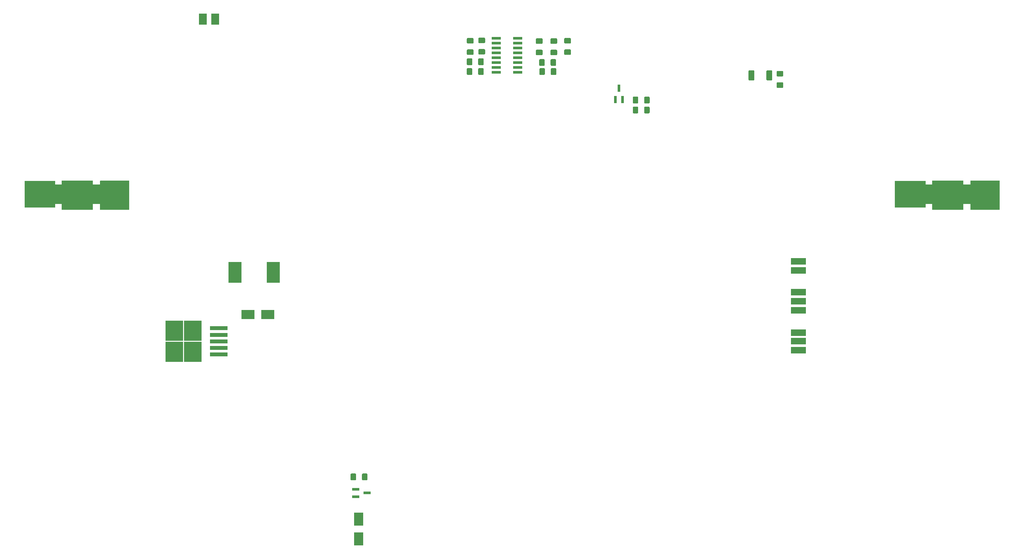
<source format=gtp>
G04 #@! TF.GenerationSoftware,KiCad,Pcbnew,(5.1.5-0-10_14)*
G04 #@! TF.CreationDate,2020-07-09T12:53:03+12:00*
G04 #@! TF.ProjectId,PS2BaseMount,50533242-6173-4654-9d6f-756e742e6b69,rev?*
G04 #@! TF.SameCoordinates,Original*
G04 #@! TF.FileFunction,Paste,Top*
G04 #@! TF.FilePolarity,Positive*
%FSLAX46Y46*%
G04 Gerber Fmt 4.6, Leading zero omitted, Abs format (unit mm)*
G04 Created by KiCad (PCBNEW (5.1.5-0-10_14)) date 2020-07-09 12:53:03*
%MOMM*%
%LPD*%
G04 APERTURE LIST*
%ADD10R,3.500000X5.400000*%
%ADD11C,0.100000*%
%ADD12R,4.000000X1.800000*%
%ADD13R,2.400000X3.500000*%
%ADD14R,2.000000X3.000000*%
%ADD15R,0.800000X1.900000*%
%ADD16R,1.900000X0.800000*%
%ADD17R,2.400000X0.800000*%
%ADD18R,3.500000X2.400000*%
%ADD19R,4.600000X1.100000*%
%ADD20R,4.550000X5.250000*%
G04 APERTURE END LIST*
D10*
X87600000Y-98400000D03*
X77600000Y-98400000D03*
D11*
G36*
X267563755Y-74450961D02*
G01*
X267573134Y-74453806D01*
X267581779Y-74458427D01*
X267589355Y-74464645D01*
X267595573Y-74472221D01*
X267600194Y-74480866D01*
X267603039Y-74490245D01*
X267604000Y-74500000D01*
X267604000Y-75450000D01*
X269504000Y-75450000D01*
X269504000Y-74500000D01*
X269504961Y-74490245D01*
X269507806Y-74480866D01*
X269512427Y-74472221D01*
X269518645Y-74464645D01*
X269526221Y-74458427D01*
X269534866Y-74453806D01*
X269544245Y-74450961D01*
X269554000Y-74450000D01*
X277054000Y-74450000D01*
X277063755Y-74450961D01*
X277073134Y-74453806D01*
X277081779Y-74458427D01*
X277089355Y-74464645D01*
X277095573Y-74472221D01*
X277100194Y-74480866D01*
X277103039Y-74490245D01*
X277104000Y-74500000D01*
X277104000Y-82000000D01*
X277103039Y-82009755D01*
X277100194Y-82019134D01*
X277095573Y-82027779D01*
X277089355Y-82035355D01*
X277081779Y-82041573D01*
X277073134Y-82046194D01*
X277063755Y-82049039D01*
X277054000Y-82050000D01*
X269554000Y-82050000D01*
X269544245Y-82049039D01*
X269534866Y-82046194D01*
X269526221Y-82041573D01*
X269518645Y-82035355D01*
X269512427Y-82027779D01*
X269507806Y-82019134D01*
X269504961Y-82009755D01*
X269504000Y-82000000D01*
X269504000Y-80550000D01*
X267604000Y-80550000D01*
X267604000Y-82000000D01*
X267603039Y-82009755D01*
X267600194Y-82019134D01*
X267595573Y-82027779D01*
X267589355Y-82035355D01*
X267581779Y-82041573D01*
X267573134Y-82046194D01*
X267563755Y-82049039D01*
X267554000Y-82050000D01*
X259554000Y-82050000D01*
X259544245Y-82049039D01*
X259534866Y-82046194D01*
X259526221Y-82041573D01*
X259518645Y-82035355D01*
X259512427Y-82027779D01*
X259507806Y-82019134D01*
X259504961Y-82009755D01*
X259504000Y-82000000D01*
X259504000Y-80550000D01*
X257804000Y-80550000D01*
X257804000Y-81500000D01*
X249804000Y-81500000D01*
X249804000Y-74500000D01*
X257804000Y-74500000D01*
X257804000Y-75450000D01*
X259504000Y-75450000D01*
X259504000Y-74500000D01*
X259504961Y-74490245D01*
X259507806Y-74480866D01*
X259512427Y-74472221D01*
X259518645Y-74464645D01*
X259526221Y-74458427D01*
X259534866Y-74453806D01*
X259544245Y-74450961D01*
X259554000Y-74450000D01*
X267554000Y-74450000D01*
X267563755Y-74450961D01*
G37*
G36*
X212899505Y-45626204D02*
G01*
X212923773Y-45629804D01*
X212947572Y-45635765D01*
X212970671Y-45644030D01*
X212992850Y-45654520D01*
X213013893Y-45667132D01*
X213033599Y-45681747D01*
X213051777Y-45698223D01*
X213068253Y-45716401D01*
X213082868Y-45736107D01*
X213095480Y-45757150D01*
X213105970Y-45779329D01*
X213114235Y-45802428D01*
X213120196Y-45826227D01*
X213123796Y-45850495D01*
X213125000Y-45874999D01*
X213125000Y-48025001D01*
X213123796Y-48049505D01*
X213120196Y-48073773D01*
X213114235Y-48097572D01*
X213105970Y-48120671D01*
X213095480Y-48142850D01*
X213082868Y-48163893D01*
X213068253Y-48183599D01*
X213051777Y-48201777D01*
X213033599Y-48218253D01*
X213013893Y-48232868D01*
X212992850Y-48245480D01*
X212970671Y-48255970D01*
X212947572Y-48264235D01*
X212923773Y-48270196D01*
X212899505Y-48273796D01*
X212875001Y-48275000D01*
X211849999Y-48275000D01*
X211825495Y-48273796D01*
X211801227Y-48270196D01*
X211777428Y-48264235D01*
X211754329Y-48255970D01*
X211732150Y-48245480D01*
X211711107Y-48232868D01*
X211691401Y-48218253D01*
X211673223Y-48201777D01*
X211656747Y-48183599D01*
X211642132Y-48163893D01*
X211629520Y-48142850D01*
X211619030Y-48120671D01*
X211610765Y-48097572D01*
X211604804Y-48073773D01*
X211601204Y-48049505D01*
X211600000Y-48025001D01*
X211600000Y-45874999D01*
X211601204Y-45850495D01*
X211604804Y-45826227D01*
X211610765Y-45802428D01*
X211619030Y-45779329D01*
X211629520Y-45757150D01*
X211642132Y-45736107D01*
X211656747Y-45716401D01*
X211673223Y-45698223D01*
X211691401Y-45681747D01*
X211711107Y-45667132D01*
X211732150Y-45654520D01*
X211754329Y-45644030D01*
X211777428Y-45635765D01*
X211801227Y-45629804D01*
X211825495Y-45626204D01*
X211849999Y-45625000D01*
X212875001Y-45625000D01*
X212899505Y-45626204D01*
G37*
G36*
X217574505Y-45626204D02*
G01*
X217598773Y-45629804D01*
X217622572Y-45635765D01*
X217645671Y-45644030D01*
X217667850Y-45654520D01*
X217688893Y-45667132D01*
X217708599Y-45681747D01*
X217726777Y-45698223D01*
X217743253Y-45716401D01*
X217757868Y-45736107D01*
X217770480Y-45757150D01*
X217780970Y-45779329D01*
X217789235Y-45802428D01*
X217795196Y-45826227D01*
X217798796Y-45850495D01*
X217800000Y-45874999D01*
X217800000Y-48025001D01*
X217798796Y-48049505D01*
X217795196Y-48073773D01*
X217789235Y-48097572D01*
X217780970Y-48120671D01*
X217770480Y-48142850D01*
X217757868Y-48163893D01*
X217743253Y-48183599D01*
X217726777Y-48201777D01*
X217708599Y-48218253D01*
X217688893Y-48232868D01*
X217667850Y-48245480D01*
X217645671Y-48255970D01*
X217622572Y-48264235D01*
X217598773Y-48270196D01*
X217574505Y-48273796D01*
X217550001Y-48275000D01*
X216524999Y-48275000D01*
X216500495Y-48273796D01*
X216476227Y-48270196D01*
X216452428Y-48264235D01*
X216429329Y-48255970D01*
X216407150Y-48245480D01*
X216386107Y-48232868D01*
X216366401Y-48218253D01*
X216348223Y-48201777D01*
X216331747Y-48183599D01*
X216317132Y-48163893D01*
X216304520Y-48142850D01*
X216294030Y-48120671D01*
X216285765Y-48097572D01*
X216279804Y-48073773D01*
X216276204Y-48049505D01*
X216275000Y-48025001D01*
X216275000Y-45874999D01*
X216276204Y-45850495D01*
X216279804Y-45826227D01*
X216285765Y-45802428D01*
X216294030Y-45779329D01*
X216304520Y-45757150D01*
X216317132Y-45736107D01*
X216331747Y-45716401D01*
X216348223Y-45698223D01*
X216366401Y-45681747D01*
X216386107Y-45667132D01*
X216407150Y-45654520D01*
X216429329Y-45644030D01*
X216452428Y-45635765D01*
X216476227Y-45629804D01*
X216500495Y-45626204D01*
X216524999Y-45625000D01*
X217550001Y-45625000D01*
X217574505Y-45626204D01*
G37*
G36*
X220449504Y-45801204D02*
G01*
X220473773Y-45804804D01*
X220497571Y-45810765D01*
X220520671Y-45819030D01*
X220542849Y-45829520D01*
X220563893Y-45842133D01*
X220583598Y-45856747D01*
X220601777Y-45873223D01*
X220618253Y-45891402D01*
X220632867Y-45911107D01*
X220645480Y-45932151D01*
X220655970Y-45954329D01*
X220664235Y-45977429D01*
X220670196Y-46001227D01*
X220673796Y-46025496D01*
X220675000Y-46050000D01*
X220675000Y-46975000D01*
X220673796Y-46999504D01*
X220670196Y-47023773D01*
X220664235Y-47047571D01*
X220655970Y-47070671D01*
X220645480Y-47092849D01*
X220632867Y-47113893D01*
X220618253Y-47133598D01*
X220601777Y-47151777D01*
X220583598Y-47168253D01*
X220563893Y-47182867D01*
X220542849Y-47195480D01*
X220520671Y-47205970D01*
X220497571Y-47214235D01*
X220473773Y-47220196D01*
X220449504Y-47223796D01*
X220425000Y-47225000D01*
X219175000Y-47225000D01*
X219150496Y-47223796D01*
X219126227Y-47220196D01*
X219102429Y-47214235D01*
X219079329Y-47205970D01*
X219057151Y-47195480D01*
X219036107Y-47182867D01*
X219016402Y-47168253D01*
X218998223Y-47151777D01*
X218981747Y-47133598D01*
X218967133Y-47113893D01*
X218954520Y-47092849D01*
X218944030Y-47070671D01*
X218935765Y-47047571D01*
X218929804Y-47023773D01*
X218926204Y-46999504D01*
X218925000Y-46975000D01*
X218925000Y-46050000D01*
X218926204Y-46025496D01*
X218929804Y-46001227D01*
X218935765Y-45977429D01*
X218944030Y-45954329D01*
X218954520Y-45932151D01*
X218967133Y-45911107D01*
X218981747Y-45891402D01*
X218998223Y-45873223D01*
X219016402Y-45856747D01*
X219036107Y-45842133D01*
X219057151Y-45829520D01*
X219079329Y-45819030D01*
X219102429Y-45810765D01*
X219126227Y-45804804D01*
X219150496Y-45801204D01*
X219175000Y-45800000D01*
X220425000Y-45800000D01*
X220449504Y-45801204D01*
G37*
G36*
X220449504Y-48776204D02*
G01*
X220473773Y-48779804D01*
X220497571Y-48785765D01*
X220520671Y-48794030D01*
X220542849Y-48804520D01*
X220563893Y-48817133D01*
X220583598Y-48831747D01*
X220601777Y-48848223D01*
X220618253Y-48866402D01*
X220632867Y-48886107D01*
X220645480Y-48907151D01*
X220655970Y-48929329D01*
X220664235Y-48952429D01*
X220670196Y-48976227D01*
X220673796Y-49000496D01*
X220675000Y-49025000D01*
X220675000Y-49950000D01*
X220673796Y-49974504D01*
X220670196Y-49998773D01*
X220664235Y-50022571D01*
X220655970Y-50045671D01*
X220645480Y-50067849D01*
X220632867Y-50088893D01*
X220618253Y-50108598D01*
X220601777Y-50126777D01*
X220583598Y-50143253D01*
X220563893Y-50157867D01*
X220542849Y-50170480D01*
X220520671Y-50180970D01*
X220497571Y-50189235D01*
X220473773Y-50195196D01*
X220449504Y-50198796D01*
X220425000Y-50200000D01*
X219175000Y-50200000D01*
X219150496Y-50198796D01*
X219126227Y-50195196D01*
X219102429Y-50189235D01*
X219079329Y-50180970D01*
X219057151Y-50170480D01*
X219036107Y-50157867D01*
X219016402Y-50143253D01*
X218998223Y-50126777D01*
X218981747Y-50108598D01*
X218967133Y-50088893D01*
X218954520Y-50067849D01*
X218944030Y-50045671D01*
X218935765Y-50022571D01*
X218929804Y-49998773D01*
X218926204Y-49974504D01*
X218925000Y-49950000D01*
X218925000Y-49025000D01*
X218926204Y-49000496D01*
X218929804Y-48976227D01*
X218935765Y-48952429D01*
X218944030Y-48929329D01*
X218954520Y-48907151D01*
X218967133Y-48886107D01*
X218981747Y-48866402D01*
X218998223Y-48848223D01*
X219016402Y-48831747D01*
X219036107Y-48817133D01*
X219057151Y-48804520D01*
X219079329Y-48794030D01*
X219102429Y-48785765D01*
X219126227Y-48779804D01*
X219150496Y-48776204D01*
X219175000Y-48775000D01*
X220425000Y-48775000D01*
X220449504Y-48776204D01*
G37*
D12*
X224608900Y-118741700D03*
X224608900Y-116341700D03*
X224608900Y-114141700D03*
X224608900Y-108341700D03*
X224608900Y-105891700D03*
X224608900Y-103541700D03*
X224608900Y-97911700D03*
X224608900Y-95541700D03*
D13*
X109854000Y-162815000D03*
X109854000Y-168015000D03*
D11*
G36*
X182599504Y-55126204D02*
G01*
X182623773Y-55129804D01*
X182647571Y-55135765D01*
X182670671Y-55144030D01*
X182692849Y-55154520D01*
X182713893Y-55167133D01*
X182733598Y-55181747D01*
X182751777Y-55198223D01*
X182768253Y-55216402D01*
X182782867Y-55236107D01*
X182795480Y-55257151D01*
X182805970Y-55279329D01*
X182814235Y-55302429D01*
X182820196Y-55326227D01*
X182823796Y-55350496D01*
X182825000Y-55375000D01*
X182825000Y-56625000D01*
X182823796Y-56649504D01*
X182820196Y-56673773D01*
X182814235Y-56697571D01*
X182805970Y-56720671D01*
X182795480Y-56742849D01*
X182782867Y-56763893D01*
X182768253Y-56783598D01*
X182751777Y-56801777D01*
X182733598Y-56818253D01*
X182713893Y-56832867D01*
X182692849Y-56845480D01*
X182670671Y-56855970D01*
X182647571Y-56864235D01*
X182623773Y-56870196D01*
X182599504Y-56873796D01*
X182575000Y-56875000D01*
X181650000Y-56875000D01*
X181625496Y-56873796D01*
X181601227Y-56870196D01*
X181577429Y-56864235D01*
X181554329Y-56855970D01*
X181532151Y-56845480D01*
X181511107Y-56832867D01*
X181491402Y-56818253D01*
X181473223Y-56801777D01*
X181456747Y-56783598D01*
X181442133Y-56763893D01*
X181429520Y-56742849D01*
X181419030Y-56720671D01*
X181410765Y-56697571D01*
X181404804Y-56673773D01*
X181401204Y-56649504D01*
X181400000Y-56625000D01*
X181400000Y-55375000D01*
X181401204Y-55350496D01*
X181404804Y-55326227D01*
X181410765Y-55302429D01*
X181419030Y-55279329D01*
X181429520Y-55257151D01*
X181442133Y-55236107D01*
X181456747Y-55216402D01*
X181473223Y-55198223D01*
X181491402Y-55181747D01*
X181511107Y-55167133D01*
X181532151Y-55154520D01*
X181554329Y-55144030D01*
X181577429Y-55135765D01*
X181601227Y-55129804D01*
X181625496Y-55126204D01*
X181650000Y-55125000D01*
X182575000Y-55125000D01*
X182599504Y-55126204D01*
G37*
G36*
X185574504Y-55126204D02*
G01*
X185598773Y-55129804D01*
X185622571Y-55135765D01*
X185645671Y-55144030D01*
X185667849Y-55154520D01*
X185688893Y-55167133D01*
X185708598Y-55181747D01*
X185726777Y-55198223D01*
X185743253Y-55216402D01*
X185757867Y-55236107D01*
X185770480Y-55257151D01*
X185780970Y-55279329D01*
X185789235Y-55302429D01*
X185795196Y-55326227D01*
X185798796Y-55350496D01*
X185800000Y-55375000D01*
X185800000Y-56625000D01*
X185798796Y-56649504D01*
X185795196Y-56673773D01*
X185789235Y-56697571D01*
X185780970Y-56720671D01*
X185770480Y-56742849D01*
X185757867Y-56763893D01*
X185743253Y-56783598D01*
X185726777Y-56801777D01*
X185708598Y-56818253D01*
X185688893Y-56832867D01*
X185667849Y-56845480D01*
X185645671Y-56855970D01*
X185622571Y-56864235D01*
X185598773Y-56870196D01*
X185574504Y-56873796D01*
X185550000Y-56875000D01*
X184625000Y-56875000D01*
X184600496Y-56873796D01*
X184576227Y-56870196D01*
X184552429Y-56864235D01*
X184529329Y-56855970D01*
X184507151Y-56845480D01*
X184486107Y-56832867D01*
X184466402Y-56818253D01*
X184448223Y-56801777D01*
X184431747Y-56783598D01*
X184417133Y-56763893D01*
X184404520Y-56742849D01*
X184394030Y-56720671D01*
X184385765Y-56697571D01*
X184379804Y-56673773D01*
X184376204Y-56649504D01*
X184375000Y-56625000D01*
X184375000Y-55375000D01*
X184376204Y-55350496D01*
X184379804Y-55326227D01*
X184385765Y-55302429D01*
X184394030Y-55279329D01*
X184404520Y-55257151D01*
X184417133Y-55236107D01*
X184431747Y-55216402D01*
X184448223Y-55198223D01*
X184466402Y-55181747D01*
X184486107Y-55167133D01*
X184507151Y-55154520D01*
X184529329Y-55144030D01*
X184552429Y-55135765D01*
X184576227Y-55129804D01*
X184600496Y-55126204D01*
X184625000Y-55125000D01*
X185550000Y-55125000D01*
X185574504Y-55126204D01*
G37*
G36*
X185574504Y-52526204D02*
G01*
X185598773Y-52529804D01*
X185622571Y-52535765D01*
X185645671Y-52544030D01*
X185667849Y-52554520D01*
X185688893Y-52567133D01*
X185708598Y-52581747D01*
X185726777Y-52598223D01*
X185743253Y-52616402D01*
X185757867Y-52636107D01*
X185770480Y-52657151D01*
X185780970Y-52679329D01*
X185789235Y-52702429D01*
X185795196Y-52726227D01*
X185798796Y-52750496D01*
X185800000Y-52775000D01*
X185800000Y-54025000D01*
X185798796Y-54049504D01*
X185795196Y-54073773D01*
X185789235Y-54097571D01*
X185780970Y-54120671D01*
X185770480Y-54142849D01*
X185757867Y-54163893D01*
X185743253Y-54183598D01*
X185726777Y-54201777D01*
X185708598Y-54218253D01*
X185688893Y-54232867D01*
X185667849Y-54245480D01*
X185645671Y-54255970D01*
X185622571Y-54264235D01*
X185598773Y-54270196D01*
X185574504Y-54273796D01*
X185550000Y-54275000D01*
X184625000Y-54275000D01*
X184600496Y-54273796D01*
X184576227Y-54270196D01*
X184552429Y-54264235D01*
X184529329Y-54255970D01*
X184507151Y-54245480D01*
X184486107Y-54232867D01*
X184466402Y-54218253D01*
X184448223Y-54201777D01*
X184431747Y-54183598D01*
X184417133Y-54163893D01*
X184404520Y-54142849D01*
X184394030Y-54120671D01*
X184385765Y-54097571D01*
X184379804Y-54073773D01*
X184376204Y-54049504D01*
X184375000Y-54025000D01*
X184375000Y-52775000D01*
X184376204Y-52750496D01*
X184379804Y-52726227D01*
X184385765Y-52702429D01*
X184394030Y-52679329D01*
X184404520Y-52657151D01*
X184417133Y-52636107D01*
X184431747Y-52616402D01*
X184448223Y-52598223D01*
X184466402Y-52581747D01*
X184486107Y-52567133D01*
X184507151Y-52554520D01*
X184529329Y-52544030D01*
X184552429Y-52535765D01*
X184576227Y-52529804D01*
X184600496Y-52526204D01*
X184625000Y-52525000D01*
X185550000Y-52525000D01*
X185574504Y-52526204D01*
G37*
G36*
X182599504Y-52526204D02*
G01*
X182623773Y-52529804D01*
X182647571Y-52535765D01*
X182670671Y-52544030D01*
X182692849Y-52554520D01*
X182713893Y-52567133D01*
X182733598Y-52581747D01*
X182751777Y-52598223D01*
X182768253Y-52616402D01*
X182782867Y-52636107D01*
X182795480Y-52657151D01*
X182805970Y-52679329D01*
X182814235Y-52702429D01*
X182820196Y-52726227D01*
X182823796Y-52750496D01*
X182825000Y-52775000D01*
X182825000Y-54025000D01*
X182823796Y-54049504D01*
X182820196Y-54073773D01*
X182814235Y-54097571D01*
X182805970Y-54120671D01*
X182795480Y-54142849D01*
X182782867Y-54163893D01*
X182768253Y-54183598D01*
X182751777Y-54201777D01*
X182733598Y-54218253D01*
X182713893Y-54232867D01*
X182692849Y-54245480D01*
X182670671Y-54255970D01*
X182647571Y-54264235D01*
X182623773Y-54270196D01*
X182599504Y-54273796D01*
X182575000Y-54275000D01*
X181650000Y-54275000D01*
X181625496Y-54273796D01*
X181601227Y-54270196D01*
X181577429Y-54264235D01*
X181554329Y-54255970D01*
X181532151Y-54245480D01*
X181511107Y-54232867D01*
X181491402Y-54218253D01*
X181473223Y-54201777D01*
X181456747Y-54183598D01*
X181442133Y-54163893D01*
X181429520Y-54142849D01*
X181419030Y-54120671D01*
X181410765Y-54097571D01*
X181404804Y-54073773D01*
X181401204Y-54049504D01*
X181400000Y-54025000D01*
X181400000Y-52775000D01*
X181401204Y-52750496D01*
X181404804Y-52726227D01*
X181410765Y-52702429D01*
X181419030Y-52679329D01*
X181429520Y-52657151D01*
X181442133Y-52636107D01*
X181456747Y-52616402D01*
X181473223Y-52598223D01*
X181491402Y-52581747D01*
X181511107Y-52567133D01*
X181532151Y-52554520D01*
X181554329Y-52544030D01*
X181577429Y-52535765D01*
X181601227Y-52529804D01*
X181625496Y-52526204D01*
X181650000Y-52525000D01*
X182575000Y-52525000D01*
X182599504Y-52526204D01*
G37*
G36*
X108999504Y-150926204D02*
G01*
X109023773Y-150929804D01*
X109047571Y-150935765D01*
X109070671Y-150944030D01*
X109092849Y-150954520D01*
X109113893Y-150967133D01*
X109133598Y-150981747D01*
X109151777Y-150998223D01*
X109168253Y-151016402D01*
X109182867Y-151036107D01*
X109195480Y-151057151D01*
X109205970Y-151079329D01*
X109214235Y-151102429D01*
X109220196Y-151126227D01*
X109223796Y-151150496D01*
X109225000Y-151175000D01*
X109225000Y-152425000D01*
X109223796Y-152449504D01*
X109220196Y-152473773D01*
X109214235Y-152497571D01*
X109205970Y-152520671D01*
X109195480Y-152542849D01*
X109182867Y-152563893D01*
X109168253Y-152583598D01*
X109151777Y-152601777D01*
X109133598Y-152618253D01*
X109113893Y-152632867D01*
X109092849Y-152645480D01*
X109070671Y-152655970D01*
X109047571Y-152664235D01*
X109023773Y-152670196D01*
X108999504Y-152673796D01*
X108975000Y-152675000D01*
X108050000Y-152675000D01*
X108025496Y-152673796D01*
X108001227Y-152670196D01*
X107977429Y-152664235D01*
X107954329Y-152655970D01*
X107932151Y-152645480D01*
X107911107Y-152632867D01*
X107891402Y-152618253D01*
X107873223Y-152601777D01*
X107856747Y-152583598D01*
X107842133Y-152563893D01*
X107829520Y-152542849D01*
X107819030Y-152520671D01*
X107810765Y-152497571D01*
X107804804Y-152473773D01*
X107801204Y-152449504D01*
X107800000Y-152425000D01*
X107800000Y-151175000D01*
X107801204Y-151150496D01*
X107804804Y-151126227D01*
X107810765Y-151102429D01*
X107819030Y-151079329D01*
X107829520Y-151057151D01*
X107842133Y-151036107D01*
X107856747Y-151016402D01*
X107873223Y-150998223D01*
X107891402Y-150981747D01*
X107911107Y-150967133D01*
X107932151Y-150954520D01*
X107954329Y-150944030D01*
X107977429Y-150935765D01*
X108001227Y-150929804D01*
X108025496Y-150926204D01*
X108050000Y-150925000D01*
X108975000Y-150925000D01*
X108999504Y-150926204D01*
G37*
G36*
X111974504Y-150926204D02*
G01*
X111998773Y-150929804D01*
X112022571Y-150935765D01*
X112045671Y-150944030D01*
X112067849Y-150954520D01*
X112088893Y-150967133D01*
X112108598Y-150981747D01*
X112126777Y-150998223D01*
X112143253Y-151016402D01*
X112157867Y-151036107D01*
X112170480Y-151057151D01*
X112180970Y-151079329D01*
X112189235Y-151102429D01*
X112195196Y-151126227D01*
X112198796Y-151150496D01*
X112200000Y-151175000D01*
X112200000Y-152425000D01*
X112198796Y-152449504D01*
X112195196Y-152473773D01*
X112189235Y-152497571D01*
X112180970Y-152520671D01*
X112170480Y-152542849D01*
X112157867Y-152563893D01*
X112143253Y-152583598D01*
X112126777Y-152601777D01*
X112108598Y-152618253D01*
X112088893Y-152632867D01*
X112067849Y-152645480D01*
X112045671Y-152655970D01*
X112022571Y-152664235D01*
X111998773Y-152670196D01*
X111974504Y-152673796D01*
X111950000Y-152675000D01*
X111025000Y-152675000D01*
X111000496Y-152673796D01*
X110976227Y-152670196D01*
X110952429Y-152664235D01*
X110929329Y-152655970D01*
X110907151Y-152645480D01*
X110886107Y-152632867D01*
X110866402Y-152618253D01*
X110848223Y-152601777D01*
X110831747Y-152583598D01*
X110817133Y-152563893D01*
X110804520Y-152542849D01*
X110794030Y-152520671D01*
X110785765Y-152497571D01*
X110779804Y-152473773D01*
X110776204Y-152449504D01*
X110775000Y-152425000D01*
X110775000Y-151175000D01*
X110776204Y-151150496D01*
X110779804Y-151126227D01*
X110785765Y-151102429D01*
X110794030Y-151079329D01*
X110804520Y-151057151D01*
X110817133Y-151036107D01*
X110831747Y-151016402D01*
X110848223Y-150998223D01*
X110866402Y-150981747D01*
X110886107Y-150967133D01*
X110907151Y-150954520D01*
X110929329Y-150944030D01*
X110952429Y-150935765D01*
X110976227Y-150929804D01*
X111000496Y-150926204D01*
X111025000Y-150925000D01*
X111950000Y-150925000D01*
X111974504Y-150926204D01*
G37*
D14*
X69250000Y-32250000D03*
X72500000Y-32250000D03*
D11*
G36*
X40509755Y-74450961D02*
G01*
X40519134Y-74453806D01*
X40527779Y-74458427D01*
X40535355Y-74464645D01*
X40541573Y-74472221D01*
X40546194Y-74480866D01*
X40549039Y-74490245D01*
X40550000Y-74500000D01*
X40550000Y-75450000D01*
X42450000Y-75450000D01*
X42450000Y-74500000D01*
X42450961Y-74490245D01*
X42453806Y-74480866D01*
X42458427Y-74472221D01*
X42464645Y-74464645D01*
X42472221Y-74458427D01*
X42480866Y-74453806D01*
X42490245Y-74450961D01*
X42500000Y-74450000D01*
X50000000Y-74450000D01*
X50009755Y-74450961D01*
X50019134Y-74453806D01*
X50027779Y-74458427D01*
X50035355Y-74464645D01*
X50041573Y-74472221D01*
X50046194Y-74480866D01*
X50049039Y-74490245D01*
X50050000Y-74500000D01*
X50050000Y-82000000D01*
X50049039Y-82009755D01*
X50046194Y-82019134D01*
X50041573Y-82027779D01*
X50035355Y-82035355D01*
X50027779Y-82041573D01*
X50019134Y-82046194D01*
X50009755Y-82049039D01*
X50000000Y-82050000D01*
X42500000Y-82050000D01*
X42490245Y-82049039D01*
X42480866Y-82046194D01*
X42472221Y-82041573D01*
X42464645Y-82035355D01*
X42458427Y-82027779D01*
X42453806Y-82019134D01*
X42450961Y-82009755D01*
X42450000Y-82000000D01*
X42450000Y-80550000D01*
X40550000Y-80550000D01*
X40550000Y-82000000D01*
X40549039Y-82009755D01*
X40546194Y-82019134D01*
X40541573Y-82027779D01*
X40535355Y-82035355D01*
X40527779Y-82041573D01*
X40519134Y-82046194D01*
X40509755Y-82049039D01*
X40500000Y-82050000D01*
X32500000Y-82050000D01*
X32490245Y-82049039D01*
X32480866Y-82046194D01*
X32472221Y-82041573D01*
X32464645Y-82035355D01*
X32458427Y-82027779D01*
X32453806Y-82019134D01*
X32450961Y-82009755D01*
X32450000Y-82000000D01*
X32450000Y-80550000D01*
X30750000Y-80550000D01*
X30750000Y-81500000D01*
X22750000Y-81500000D01*
X22750000Y-74500000D01*
X30750000Y-74500000D01*
X30750000Y-75450000D01*
X32450000Y-75450000D01*
X32450000Y-74500000D01*
X32450961Y-74490245D01*
X32453806Y-74480866D01*
X32458427Y-74472221D01*
X32464645Y-74464645D01*
X32472221Y-74458427D01*
X32480866Y-74453806D01*
X32490245Y-74450961D01*
X32500000Y-74450000D01*
X40500000Y-74450000D01*
X40509755Y-74450961D01*
G37*
D15*
X176850000Y-53300000D03*
X178750000Y-53300000D03*
X177800000Y-50300000D03*
D16*
X109100000Y-155050000D03*
X109100000Y-156950000D03*
X112100000Y-156000000D03*
D11*
G36*
X161449504Y-37288704D02*
G01*
X161473773Y-37292304D01*
X161497571Y-37298265D01*
X161520671Y-37306530D01*
X161542849Y-37317020D01*
X161563893Y-37329633D01*
X161583598Y-37344247D01*
X161601777Y-37360723D01*
X161618253Y-37378902D01*
X161632867Y-37398607D01*
X161645480Y-37419651D01*
X161655970Y-37441829D01*
X161664235Y-37464929D01*
X161670196Y-37488727D01*
X161673796Y-37512996D01*
X161675000Y-37537500D01*
X161675000Y-38462500D01*
X161673796Y-38487004D01*
X161670196Y-38511273D01*
X161664235Y-38535071D01*
X161655970Y-38558171D01*
X161645480Y-38580349D01*
X161632867Y-38601393D01*
X161618253Y-38621098D01*
X161601777Y-38639277D01*
X161583598Y-38655753D01*
X161563893Y-38670367D01*
X161542849Y-38682980D01*
X161520671Y-38693470D01*
X161497571Y-38701735D01*
X161473773Y-38707696D01*
X161449504Y-38711296D01*
X161425000Y-38712500D01*
X160175000Y-38712500D01*
X160150496Y-38711296D01*
X160126227Y-38707696D01*
X160102429Y-38701735D01*
X160079329Y-38693470D01*
X160057151Y-38682980D01*
X160036107Y-38670367D01*
X160016402Y-38655753D01*
X159998223Y-38639277D01*
X159981747Y-38621098D01*
X159967133Y-38601393D01*
X159954520Y-38580349D01*
X159944030Y-38558171D01*
X159935765Y-38535071D01*
X159929804Y-38511273D01*
X159926204Y-38487004D01*
X159925000Y-38462500D01*
X159925000Y-37537500D01*
X159926204Y-37512996D01*
X159929804Y-37488727D01*
X159935765Y-37464929D01*
X159944030Y-37441829D01*
X159954520Y-37419651D01*
X159967133Y-37398607D01*
X159981747Y-37378902D01*
X159998223Y-37360723D01*
X160016402Y-37344247D01*
X160036107Y-37329633D01*
X160057151Y-37317020D01*
X160079329Y-37306530D01*
X160102429Y-37298265D01*
X160126227Y-37292304D01*
X160150496Y-37288704D01*
X160175000Y-37287500D01*
X161425000Y-37287500D01*
X161449504Y-37288704D01*
G37*
G36*
X161449504Y-40263704D02*
G01*
X161473773Y-40267304D01*
X161497571Y-40273265D01*
X161520671Y-40281530D01*
X161542849Y-40292020D01*
X161563893Y-40304633D01*
X161583598Y-40319247D01*
X161601777Y-40335723D01*
X161618253Y-40353902D01*
X161632867Y-40373607D01*
X161645480Y-40394651D01*
X161655970Y-40416829D01*
X161664235Y-40439929D01*
X161670196Y-40463727D01*
X161673796Y-40487996D01*
X161675000Y-40512500D01*
X161675000Y-41437500D01*
X161673796Y-41462004D01*
X161670196Y-41486273D01*
X161664235Y-41510071D01*
X161655970Y-41533171D01*
X161645480Y-41555349D01*
X161632867Y-41576393D01*
X161618253Y-41596098D01*
X161601777Y-41614277D01*
X161583598Y-41630753D01*
X161563893Y-41645367D01*
X161542849Y-41657980D01*
X161520671Y-41668470D01*
X161497571Y-41676735D01*
X161473773Y-41682696D01*
X161449504Y-41686296D01*
X161425000Y-41687500D01*
X160175000Y-41687500D01*
X160150496Y-41686296D01*
X160126227Y-41682696D01*
X160102429Y-41676735D01*
X160079329Y-41668470D01*
X160057151Y-41657980D01*
X160036107Y-41645367D01*
X160016402Y-41630753D01*
X159998223Y-41614277D01*
X159981747Y-41596098D01*
X159967133Y-41576393D01*
X159954520Y-41555349D01*
X159944030Y-41533171D01*
X159935765Y-41510071D01*
X159929804Y-41486273D01*
X159926204Y-41462004D01*
X159925000Y-41437500D01*
X159925000Y-40512500D01*
X159926204Y-40487996D01*
X159929804Y-40463727D01*
X159935765Y-40439929D01*
X159944030Y-40416829D01*
X159954520Y-40394651D01*
X159967133Y-40373607D01*
X159981747Y-40353902D01*
X159998223Y-40335723D01*
X160016402Y-40319247D01*
X160036107Y-40304633D01*
X160057151Y-40292020D01*
X160079329Y-40281530D01*
X160102429Y-40273265D01*
X160126227Y-40267304D01*
X160150496Y-40263704D01*
X160175000Y-40262500D01*
X161425000Y-40262500D01*
X161449504Y-40263704D01*
G37*
G36*
X139649504Y-37201204D02*
G01*
X139673773Y-37204804D01*
X139697571Y-37210765D01*
X139720671Y-37219030D01*
X139742849Y-37229520D01*
X139763893Y-37242133D01*
X139783598Y-37256747D01*
X139801777Y-37273223D01*
X139818253Y-37291402D01*
X139832867Y-37311107D01*
X139845480Y-37332151D01*
X139855970Y-37354329D01*
X139864235Y-37377429D01*
X139870196Y-37401227D01*
X139873796Y-37425496D01*
X139875000Y-37450000D01*
X139875000Y-38375000D01*
X139873796Y-38399504D01*
X139870196Y-38423773D01*
X139864235Y-38447571D01*
X139855970Y-38470671D01*
X139845480Y-38492849D01*
X139832867Y-38513893D01*
X139818253Y-38533598D01*
X139801777Y-38551777D01*
X139783598Y-38568253D01*
X139763893Y-38582867D01*
X139742849Y-38595480D01*
X139720671Y-38605970D01*
X139697571Y-38614235D01*
X139673773Y-38620196D01*
X139649504Y-38623796D01*
X139625000Y-38625000D01*
X138375000Y-38625000D01*
X138350496Y-38623796D01*
X138326227Y-38620196D01*
X138302429Y-38614235D01*
X138279329Y-38605970D01*
X138257151Y-38595480D01*
X138236107Y-38582867D01*
X138216402Y-38568253D01*
X138198223Y-38551777D01*
X138181747Y-38533598D01*
X138167133Y-38513893D01*
X138154520Y-38492849D01*
X138144030Y-38470671D01*
X138135765Y-38447571D01*
X138129804Y-38423773D01*
X138126204Y-38399504D01*
X138125000Y-38375000D01*
X138125000Y-37450000D01*
X138126204Y-37425496D01*
X138129804Y-37401227D01*
X138135765Y-37377429D01*
X138144030Y-37354329D01*
X138154520Y-37332151D01*
X138167133Y-37311107D01*
X138181747Y-37291402D01*
X138198223Y-37273223D01*
X138216402Y-37256747D01*
X138236107Y-37242133D01*
X138257151Y-37229520D01*
X138279329Y-37219030D01*
X138302429Y-37210765D01*
X138326227Y-37204804D01*
X138350496Y-37201204D01*
X138375000Y-37200000D01*
X139625000Y-37200000D01*
X139649504Y-37201204D01*
G37*
G36*
X139649504Y-40176204D02*
G01*
X139673773Y-40179804D01*
X139697571Y-40185765D01*
X139720671Y-40194030D01*
X139742849Y-40204520D01*
X139763893Y-40217133D01*
X139783598Y-40231747D01*
X139801777Y-40248223D01*
X139818253Y-40266402D01*
X139832867Y-40286107D01*
X139845480Y-40307151D01*
X139855970Y-40329329D01*
X139864235Y-40352429D01*
X139870196Y-40376227D01*
X139873796Y-40400496D01*
X139875000Y-40425000D01*
X139875000Y-41350000D01*
X139873796Y-41374504D01*
X139870196Y-41398773D01*
X139864235Y-41422571D01*
X139855970Y-41445671D01*
X139845480Y-41467849D01*
X139832867Y-41488893D01*
X139818253Y-41508598D01*
X139801777Y-41526777D01*
X139783598Y-41543253D01*
X139763893Y-41557867D01*
X139742849Y-41570480D01*
X139720671Y-41580970D01*
X139697571Y-41589235D01*
X139673773Y-41595196D01*
X139649504Y-41598796D01*
X139625000Y-41600000D01*
X138375000Y-41600000D01*
X138350496Y-41598796D01*
X138326227Y-41595196D01*
X138302429Y-41589235D01*
X138279329Y-41580970D01*
X138257151Y-41570480D01*
X138236107Y-41557867D01*
X138216402Y-41543253D01*
X138198223Y-41526777D01*
X138181747Y-41508598D01*
X138167133Y-41488893D01*
X138154520Y-41467849D01*
X138144030Y-41445671D01*
X138135765Y-41422571D01*
X138129804Y-41398773D01*
X138126204Y-41374504D01*
X138125000Y-41350000D01*
X138125000Y-40425000D01*
X138126204Y-40400496D01*
X138129804Y-40376227D01*
X138135765Y-40352429D01*
X138144030Y-40329329D01*
X138154520Y-40307151D01*
X138167133Y-40286107D01*
X138181747Y-40266402D01*
X138198223Y-40248223D01*
X138216402Y-40231747D01*
X138236107Y-40217133D01*
X138257151Y-40204520D01*
X138279329Y-40194030D01*
X138302429Y-40185765D01*
X138326227Y-40179804D01*
X138350496Y-40176204D01*
X138375000Y-40175000D01*
X139625000Y-40175000D01*
X139649504Y-40176204D01*
G37*
G36*
X142287004Y-45076204D02*
G01*
X142311273Y-45079804D01*
X142335071Y-45085765D01*
X142358171Y-45094030D01*
X142380349Y-45104520D01*
X142401393Y-45117133D01*
X142421098Y-45131747D01*
X142439277Y-45148223D01*
X142455753Y-45166402D01*
X142470367Y-45186107D01*
X142482980Y-45207151D01*
X142493470Y-45229329D01*
X142501735Y-45252429D01*
X142507696Y-45276227D01*
X142511296Y-45300496D01*
X142512500Y-45325000D01*
X142512500Y-46575000D01*
X142511296Y-46599504D01*
X142507696Y-46623773D01*
X142501735Y-46647571D01*
X142493470Y-46670671D01*
X142482980Y-46692849D01*
X142470367Y-46713893D01*
X142455753Y-46733598D01*
X142439277Y-46751777D01*
X142421098Y-46768253D01*
X142401393Y-46782867D01*
X142380349Y-46795480D01*
X142358171Y-46805970D01*
X142335071Y-46814235D01*
X142311273Y-46820196D01*
X142287004Y-46823796D01*
X142262500Y-46825000D01*
X141337500Y-46825000D01*
X141312996Y-46823796D01*
X141288727Y-46820196D01*
X141264929Y-46814235D01*
X141241829Y-46805970D01*
X141219651Y-46795480D01*
X141198607Y-46782867D01*
X141178902Y-46768253D01*
X141160723Y-46751777D01*
X141144247Y-46733598D01*
X141129633Y-46713893D01*
X141117020Y-46692849D01*
X141106530Y-46670671D01*
X141098265Y-46647571D01*
X141092304Y-46623773D01*
X141088704Y-46599504D01*
X141087500Y-46575000D01*
X141087500Y-45325000D01*
X141088704Y-45300496D01*
X141092304Y-45276227D01*
X141098265Y-45252429D01*
X141106530Y-45229329D01*
X141117020Y-45207151D01*
X141129633Y-45186107D01*
X141144247Y-45166402D01*
X141160723Y-45148223D01*
X141178902Y-45131747D01*
X141198607Y-45117133D01*
X141219651Y-45104520D01*
X141241829Y-45094030D01*
X141264929Y-45085765D01*
X141288727Y-45079804D01*
X141312996Y-45076204D01*
X141337500Y-45075000D01*
X142262500Y-45075000D01*
X142287004Y-45076204D01*
G37*
G36*
X139312004Y-45076204D02*
G01*
X139336273Y-45079804D01*
X139360071Y-45085765D01*
X139383171Y-45094030D01*
X139405349Y-45104520D01*
X139426393Y-45117133D01*
X139446098Y-45131747D01*
X139464277Y-45148223D01*
X139480753Y-45166402D01*
X139495367Y-45186107D01*
X139507980Y-45207151D01*
X139518470Y-45229329D01*
X139526735Y-45252429D01*
X139532696Y-45276227D01*
X139536296Y-45300496D01*
X139537500Y-45325000D01*
X139537500Y-46575000D01*
X139536296Y-46599504D01*
X139532696Y-46623773D01*
X139526735Y-46647571D01*
X139518470Y-46670671D01*
X139507980Y-46692849D01*
X139495367Y-46713893D01*
X139480753Y-46733598D01*
X139464277Y-46751777D01*
X139446098Y-46768253D01*
X139426393Y-46782867D01*
X139405349Y-46795480D01*
X139383171Y-46805970D01*
X139360071Y-46814235D01*
X139336273Y-46820196D01*
X139312004Y-46823796D01*
X139287500Y-46825000D01*
X138362500Y-46825000D01*
X138337996Y-46823796D01*
X138313727Y-46820196D01*
X138289929Y-46814235D01*
X138266829Y-46805970D01*
X138244651Y-46795480D01*
X138223607Y-46782867D01*
X138203902Y-46768253D01*
X138185723Y-46751777D01*
X138169247Y-46733598D01*
X138154633Y-46713893D01*
X138142020Y-46692849D01*
X138131530Y-46670671D01*
X138123265Y-46647571D01*
X138117304Y-46623773D01*
X138113704Y-46599504D01*
X138112500Y-46575000D01*
X138112500Y-45325000D01*
X138113704Y-45300496D01*
X138117304Y-45276227D01*
X138123265Y-45252429D01*
X138131530Y-45229329D01*
X138142020Y-45207151D01*
X138154633Y-45186107D01*
X138169247Y-45166402D01*
X138185723Y-45148223D01*
X138203902Y-45131747D01*
X138223607Y-45117133D01*
X138244651Y-45104520D01*
X138266829Y-45094030D01*
X138289929Y-45085765D01*
X138313727Y-45079804D01*
X138337996Y-45076204D01*
X138362500Y-45075000D01*
X139287500Y-45075000D01*
X139312004Y-45076204D01*
G37*
G36*
X161224504Y-45076204D02*
G01*
X161248773Y-45079804D01*
X161272571Y-45085765D01*
X161295671Y-45094030D01*
X161317849Y-45104520D01*
X161338893Y-45117133D01*
X161358598Y-45131747D01*
X161376777Y-45148223D01*
X161393253Y-45166402D01*
X161407867Y-45186107D01*
X161420480Y-45207151D01*
X161430970Y-45229329D01*
X161439235Y-45252429D01*
X161445196Y-45276227D01*
X161448796Y-45300496D01*
X161450000Y-45325000D01*
X161450000Y-46575000D01*
X161448796Y-46599504D01*
X161445196Y-46623773D01*
X161439235Y-46647571D01*
X161430970Y-46670671D01*
X161420480Y-46692849D01*
X161407867Y-46713893D01*
X161393253Y-46733598D01*
X161376777Y-46751777D01*
X161358598Y-46768253D01*
X161338893Y-46782867D01*
X161317849Y-46795480D01*
X161295671Y-46805970D01*
X161272571Y-46814235D01*
X161248773Y-46820196D01*
X161224504Y-46823796D01*
X161200000Y-46825000D01*
X160275000Y-46825000D01*
X160250496Y-46823796D01*
X160226227Y-46820196D01*
X160202429Y-46814235D01*
X160179329Y-46805970D01*
X160157151Y-46795480D01*
X160136107Y-46782867D01*
X160116402Y-46768253D01*
X160098223Y-46751777D01*
X160081747Y-46733598D01*
X160067133Y-46713893D01*
X160054520Y-46692849D01*
X160044030Y-46670671D01*
X160035765Y-46647571D01*
X160029804Y-46623773D01*
X160026204Y-46599504D01*
X160025000Y-46575000D01*
X160025000Y-45325000D01*
X160026204Y-45300496D01*
X160029804Y-45276227D01*
X160035765Y-45252429D01*
X160044030Y-45229329D01*
X160054520Y-45207151D01*
X160067133Y-45186107D01*
X160081747Y-45166402D01*
X160098223Y-45148223D01*
X160116402Y-45131747D01*
X160136107Y-45117133D01*
X160157151Y-45104520D01*
X160179329Y-45094030D01*
X160202429Y-45085765D01*
X160226227Y-45079804D01*
X160250496Y-45076204D01*
X160275000Y-45075000D01*
X161200000Y-45075000D01*
X161224504Y-45076204D01*
G37*
G36*
X158249504Y-45076204D02*
G01*
X158273773Y-45079804D01*
X158297571Y-45085765D01*
X158320671Y-45094030D01*
X158342849Y-45104520D01*
X158363893Y-45117133D01*
X158383598Y-45131747D01*
X158401777Y-45148223D01*
X158418253Y-45166402D01*
X158432867Y-45186107D01*
X158445480Y-45207151D01*
X158455970Y-45229329D01*
X158464235Y-45252429D01*
X158470196Y-45276227D01*
X158473796Y-45300496D01*
X158475000Y-45325000D01*
X158475000Y-46575000D01*
X158473796Y-46599504D01*
X158470196Y-46623773D01*
X158464235Y-46647571D01*
X158455970Y-46670671D01*
X158445480Y-46692849D01*
X158432867Y-46713893D01*
X158418253Y-46733598D01*
X158401777Y-46751777D01*
X158383598Y-46768253D01*
X158363893Y-46782867D01*
X158342849Y-46795480D01*
X158320671Y-46805970D01*
X158297571Y-46814235D01*
X158273773Y-46820196D01*
X158249504Y-46823796D01*
X158225000Y-46825000D01*
X157300000Y-46825000D01*
X157275496Y-46823796D01*
X157251227Y-46820196D01*
X157227429Y-46814235D01*
X157204329Y-46805970D01*
X157182151Y-46795480D01*
X157161107Y-46782867D01*
X157141402Y-46768253D01*
X157123223Y-46751777D01*
X157106747Y-46733598D01*
X157092133Y-46713893D01*
X157079520Y-46692849D01*
X157069030Y-46670671D01*
X157060765Y-46647571D01*
X157054804Y-46623773D01*
X157051204Y-46599504D01*
X157050000Y-46575000D01*
X157050000Y-45325000D01*
X157051204Y-45300496D01*
X157054804Y-45276227D01*
X157060765Y-45252429D01*
X157069030Y-45229329D01*
X157079520Y-45207151D01*
X157092133Y-45186107D01*
X157106747Y-45166402D01*
X157123223Y-45148223D01*
X157141402Y-45131747D01*
X157161107Y-45117133D01*
X157182151Y-45104520D01*
X157204329Y-45094030D01*
X157227429Y-45085765D01*
X157251227Y-45079804D01*
X157275496Y-45076204D01*
X157300000Y-45075000D01*
X158225000Y-45075000D01*
X158249504Y-45076204D01*
G37*
G36*
X165049504Y-40176204D02*
G01*
X165073773Y-40179804D01*
X165097571Y-40185765D01*
X165120671Y-40194030D01*
X165142849Y-40204520D01*
X165163893Y-40217133D01*
X165183598Y-40231747D01*
X165201777Y-40248223D01*
X165218253Y-40266402D01*
X165232867Y-40286107D01*
X165245480Y-40307151D01*
X165255970Y-40329329D01*
X165264235Y-40352429D01*
X165270196Y-40376227D01*
X165273796Y-40400496D01*
X165275000Y-40425000D01*
X165275000Y-41350000D01*
X165273796Y-41374504D01*
X165270196Y-41398773D01*
X165264235Y-41422571D01*
X165255970Y-41445671D01*
X165245480Y-41467849D01*
X165232867Y-41488893D01*
X165218253Y-41508598D01*
X165201777Y-41526777D01*
X165183598Y-41543253D01*
X165163893Y-41557867D01*
X165142849Y-41570480D01*
X165120671Y-41580970D01*
X165097571Y-41589235D01*
X165073773Y-41595196D01*
X165049504Y-41598796D01*
X165025000Y-41600000D01*
X163775000Y-41600000D01*
X163750496Y-41598796D01*
X163726227Y-41595196D01*
X163702429Y-41589235D01*
X163679329Y-41580970D01*
X163657151Y-41570480D01*
X163636107Y-41557867D01*
X163616402Y-41543253D01*
X163598223Y-41526777D01*
X163581747Y-41508598D01*
X163567133Y-41488893D01*
X163554520Y-41467849D01*
X163544030Y-41445671D01*
X163535765Y-41422571D01*
X163529804Y-41398773D01*
X163526204Y-41374504D01*
X163525000Y-41350000D01*
X163525000Y-40425000D01*
X163526204Y-40400496D01*
X163529804Y-40376227D01*
X163535765Y-40352429D01*
X163544030Y-40329329D01*
X163554520Y-40307151D01*
X163567133Y-40286107D01*
X163581747Y-40266402D01*
X163598223Y-40248223D01*
X163616402Y-40231747D01*
X163636107Y-40217133D01*
X163657151Y-40204520D01*
X163679329Y-40194030D01*
X163702429Y-40185765D01*
X163726227Y-40179804D01*
X163750496Y-40176204D01*
X163775000Y-40175000D01*
X165025000Y-40175000D01*
X165049504Y-40176204D01*
G37*
G36*
X165049504Y-37201204D02*
G01*
X165073773Y-37204804D01*
X165097571Y-37210765D01*
X165120671Y-37219030D01*
X165142849Y-37229520D01*
X165163893Y-37242133D01*
X165183598Y-37256747D01*
X165201777Y-37273223D01*
X165218253Y-37291402D01*
X165232867Y-37311107D01*
X165245480Y-37332151D01*
X165255970Y-37354329D01*
X165264235Y-37377429D01*
X165270196Y-37401227D01*
X165273796Y-37425496D01*
X165275000Y-37450000D01*
X165275000Y-38375000D01*
X165273796Y-38399504D01*
X165270196Y-38423773D01*
X165264235Y-38447571D01*
X165255970Y-38470671D01*
X165245480Y-38492849D01*
X165232867Y-38513893D01*
X165218253Y-38533598D01*
X165201777Y-38551777D01*
X165183598Y-38568253D01*
X165163893Y-38582867D01*
X165142849Y-38595480D01*
X165120671Y-38605970D01*
X165097571Y-38614235D01*
X165073773Y-38620196D01*
X165049504Y-38623796D01*
X165025000Y-38625000D01*
X163775000Y-38625000D01*
X163750496Y-38623796D01*
X163726227Y-38620196D01*
X163702429Y-38614235D01*
X163679329Y-38605970D01*
X163657151Y-38595480D01*
X163636107Y-38582867D01*
X163616402Y-38568253D01*
X163598223Y-38551777D01*
X163581747Y-38533598D01*
X163567133Y-38513893D01*
X163554520Y-38492849D01*
X163544030Y-38470671D01*
X163535765Y-38447571D01*
X163529804Y-38423773D01*
X163526204Y-38399504D01*
X163525000Y-38375000D01*
X163525000Y-37450000D01*
X163526204Y-37425496D01*
X163529804Y-37401227D01*
X163535765Y-37377429D01*
X163544030Y-37354329D01*
X163554520Y-37332151D01*
X163567133Y-37311107D01*
X163581747Y-37291402D01*
X163598223Y-37273223D01*
X163616402Y-37256747D01*
X163636107Y-37242133D01*
X163657151Y-37229520D01*
X163679329Y-37219030D01*
X163702429Y-37210765D01*
X163726227Y-37204804D01*
X163750496Y-37201204D01*
X163775000Y-37200000D01*
X165025000Y-37200000D01*
X165049504Y-37201204D01*
G37*
G36*
X157649504Y-40263704D02*
G01*
X157673773Y-40267304D01*
X157697571Y-40273265D01*
X157720671Y-40281530D01*
X157742849Y-40292020D01*
X157763893Y-40304633D01*
X157783598Y-40319247D01*
X157801777Y-40335723D01*
X157818253Y-40353902D01*
X157832867Y-40373607D01*
X157845480Y-40394651D01*
X157855970Y-40416829D01*
X157864235Y-40439929D01*
X157870196Y-40463727D01*
X157873796Y-40487996D01*
X157875000Y-40512500D01*
X157875000Y-41437500D01*
X157873796Y-41462004D01*
X157870196Y-41486273D01*
X157864235Y-41510071D01*
X157855970Y-41533171D01*
X157845480Y-41555349D01*
X157832867Y-41576393D01*
X157818253Y-41596098D01*
X157801777Y-41614277D01*
X157783598Y-41630753D01*
X157763893Y-41645367D01*
X157742849Y-41657980D01*
X157720671Y-41668470D01*
X157697571Y-41676735D01*
X157673773Y-41682696D01*
X157649504Y-41686296D01*
X157625000Y-41687500D01*
X156375000Y-41687500D01*
X156350496Y-41686296D01*
X156326227Y-41682696D01*
X156302429Y-41676735D01*
X156279329Y-41668470D01*
X156257151Y-41657980D01*
X156236107Y-41645367D01*
X156216402Y-41630753D01*
X156198223Y-41614277D01*
X156181747Y-41596098D01*
X156167133Y-41576393D01*
X156154520Y-41555349D01*
X156144030Y-41533171D01*
X156135765Y-41510071D01*
X156129804Y-41486273D01*
X156126204Y-41462004D01*
X156125000Y-41437500D01*
X156125000Y-40512500D01*
X156126204Y-40487996D01*
X156129804Y-40463727D01*
X156135765Y-40439929D01*
X156144030Y-40416829D01*
X156154520Y-40394651D01*
X156167133Y-40373607D01*
X156181747Y-40353902D01*
X156198223Y-40335723D01*
X156216402Y-40319247D01*
X156236107Y-40304633D01*
X156257151Y-40292020D01*
X156279329Y-40281530D01*
X156302429Y-40273265D01*
X156326227Y-40267304D01*
X156350496Y-40263704D01*
X156375000Y-40262500D01*
X157625000Y-40262500D01*
X157649504Y-40263704D01*
G37*
G36*
X157649504Y-37288704D02*
G01*
X157673773Y-37292304D01*
X157697571Y-37298265D01*
X157720671Y-37306530D01*
X157742849Y-37317020D01*
X157763893Y-37329633D01*
X157783598Y-37344247D01*
X157801777Y-37360723D01*
X157818253Y-37378902D01*
X157832867Y-37398607D01*
X157845480Y-37419651D01*
X157855970Y-37441829D01*
X157864235Y-37464929D01*
X157870196Y-37488727D01*
X157873796Y-37512996D01*
X157875000Y-37537500D01*
X157875000Y-38462500D01*
X157873796Y-38487004D01*
X157870196Y-38511273D01*
X157864235Y-38535071D01*
X157855970Y-38558171D01*
X157845480Y-38580349D01*
X157832867Y-38601393D01*
X157818253Y-38621098D01*
X157801777Y-38639277D01*
X157783598Y-38655753D01*
X157763893Y-38670367D01*
X157742849Y-38682980D01*
X157720671Y-38693470D01*
X157697571Y-38701735D01*
X157673773Y-38707696D01*
X157649504Y-38711296D01*
X157625000Y-38712500D01*
X156375000Y-38712500D01*
X156350496Y-38711296D01*
X156326227Y-38707696D01*
X156302429Y-38701735D01*
X156279329Y-38693470D01*
X156257151Y-38682980D01*
X156236107Y-38670367D01*
X156216402Y-38655753D01*
X156198223Y-38639277D01*
X156181747Y-38621098D01*
X156167133Y-38601393D01*
X156154520Y-38580349D01*
X156144030Y-38558171D01*
X156135765Y-38535071D01*
X156129804Y-38511273D01*
X156126204Y-38487004D01*
X156125000Y-38462500D01*
X156125000Y-37537500D01*
X156126204Y-37512996D01*
X156129804Y-37488727D01*
X156135765Y-37464929D01*
X156144030Y-37441829D01*
X156154520Y-37419651D01*
X156167133Y-37398607D01*
X156181747Y-37378902D01*
X156198223Y-37360723D01*
X156216402Y-37344247D01*
X156236107Y-37329633D01*
X156257151Y-37317020D01*
X156279329Y-37306530D01*
X156302429Y-37298265D01*
X156326227Y-37292304D01*
X156350496Y-37288704D01*
X156375000Y-37287500D01*
X157625000Y-37287500D01*
X157649504Y-37288704D01*
G37*
G36*
X142649504Y-40088704D02*
G01*
X142673773Y-40092304D01*
X142697571Y-40098265D01*
X142720671Y-40106530D01*
X142742849Y-40117020D01*
X142763893Y-40129633D01*
X142783598Y-40144247D01*
X142801777Y-40160723D01*
X142818253Y-40178902D01*
X142832867Y-40198607D01*
X142845480Y-40219651D01*
X142855970Y-40241829D01*
X142864235Y-40264929D01*
X142870196Y-40288727D01*
X142873796Y-40312996D01*
X142875000Y-40337500D01*
X142875000Y-41262500D01*
X142873796Y-41287004D01*
X142870196Y-41311273D01*
X142864235Y-41335071D01*
X142855970Y-41358171D01*
X142845480Y-41380349D01*
X142832867Y-41401393D01*
X142818253Y-41421098D01*
X142801777Y-41439277D01*
X142783598Y-41455753D01*
X142763893Y-41470367D01*
X142742849Y-41482980D01*
X142720671Y-41493470D01*
X142697571Y-41501735D01*
X142673773Y-41507696D01*
X142649504Y-41511296D01*
X142625000Y-41512500D01*
X141375000Y-41512500D01*
X141350496Y-41511296D01*
X141326227Y-41507696D01*
X141302429Y-41501735D01*
X141279329Y-41493470D01*
X141257151Y-41482980D01*
X141236107Y-41470367D01*
X141216402Y-41455753D01*
X141198223Y-41439277D01*
X141181747Y-41421098D01*
X141167133Y-41401393D01*
X141154520Y-41380349D01*
X141144030Y-41358171D01*
X141135765Y-41335071D01*
X141129804Y-41311273D01*
X141126204Y-41287004D01*
X141125000Y-41262500D01*
X141125000Y-40337500D01*
X141126204Y-40312996D01*
X141129804Y-40288727D01*
X141135765Y-40264929D01*
X141144030Y-40241829D01*
X141154520Y-40219651D01*
X141167133Y-40198607D01*
X141181747Y-40178902D01*
X141198223Y-40160723D01*
X141216402Y-40144247D01*
X141236107Y-40129633D01*
X141257151Y-40117020D01*
X141279329Y-40106530D01*
X141302429Y-40098265D01*
X141326227Y-40092304D01*
X141350496Y-40088704D01*
X141375000Y-40087500D01*
X142625000Y-40087500D01*
X142649504Y-40088704D01*
G37*
G36*
X142649504Y-37113704D02*
G01*
X142673773Y-37117304D01*
X142697571Y-37123265D01*
X142720671Y-37131530D01*
X142742849Y-37142020D01*
X142763893Y-37154633D01*
X142783598Y-37169247D01*
X142801777Y-37185723D01*
X142818253Y-37203902D01*
X142832867Y-37223607D01*
X142845480Y-37244651D01*
X142855970Y-37266829D01*
X142864235Y-37289929D01*
X142870196Y-37313727D01*
X142873796Y-37337996D01*
X142875000Y-37362500D01*
X142875000Y-38287500D01*
X142873796Y-38312004D01*
X142870196Y-38336273D01*
X142864235Y-38360071D01*
X142855970Y-38383171D01*
X142845480Y-38405349D01*
X142832867Y-38426393D01*
X142818253Y-38446098D01*
X142801777Y-38464277D01*
X142783598Y-38480753D01*
X142763893Y-38495367D01*
X142742849Y-38507980D01*
X142720671Y-38518470D01*
X142697571Y-38526735D01*
X142673773Y-38532696D01*
X142649504Y-38536296D01*
X142625000Y-38537500D01*
X141375000Y-38537500D01*
X141350496Y-38536296D01*
X141326227Y-38532696D01*
X141302429Y-38526735D01*
X141279329Y-38518470D01*
X141257151Y-38507980D01*
X141236107Y-38495367D01*
X141216402Y-38480753D01*
X141198223Y-38464277D01*
X141181747Y-38446098D01*
X141167133Y-38426393D01*
X141154520Y-38405349D01*
X141144030Y-38383171D01*
X141135765Y-38360071D01*
X141129804Y-38336273D01*
X141126204Y-38312004D01*
X141125000Y-38287500D01*
X141125000Y-37362500D01*
X141126204Y-37337996D01*
X141129804Y-37313727D01*
X141135765Y-37289929D01*
X141144030Y-37266829D01*
X141154520Y-37244651D01*
X141167133Y-37223607D01*
X141181747Y-37203902D01*
X141198223Y-37185723D01*
X141216402Y-37169247D01*
X141236107Y-37154633D01*
X141257151Y-37142020D01*
X141279329Y-37131530D01*
X141302429Y-37123265D01*
X141326227Y-37117304D01*
X141350496Y-37113704D01*
X141375000Y-37112500D01*
X142625000Y-37112500D01*
X142649504Y-37113704D01*
G37*
G36*
X139312004Y-42526204D02*
G01*
X139336273Y-42529804D01*
X139360071Y-42535765D01*
X139383171Y-42544030D01*
X139405349Y-42554520D01*
X139426393Y-42567133D01*
X139446098Y-42581747D01*
X139464277Y-42598223D01*
X139480753Y-42616402D01*
X139495367Y-42636107D01*
X139507980Y-42657151D01*
X139518470Y-42679329D01*
X139526735Y-42702429D01*
X139532696Y-42726227D01*
X139536296Y-42750496D01*
X139537500Y-42775000D01*
X139537500Y-44025000D01*
X139536296Y-44049504D01*
X139532696Y-44073773D01*
X139526735Y-44097571D01*
X139518470Y-44120671D01*
X139507980Y-44142849D01*
X139495367Y-44163893D01*
X139480753Y-44183598D01*
X139464277Y-44201777D01*
X139446098Y-44218253D01*
X139426393Y-44232867D01*
X139405349Y-44245480D01*
X139383171Y-44255970D01*
X139360071Y-44264235D01*
X139336273Y-44270196D01*
X139312004Y-44273796D01*
X139287500Y-44275000D01*
X138362500Y-44275000D01*
X138337996Y-44273796D01*
X138313727Y-44270196D01*
X138289929Y-44264235D01*
X138266829Y-44255970D01*
X138244651Y-44245480D01*
X138223607Y-44232867D01*
X138203902Y-44218253D01*
X138185723Y-44201777D01*
X138169247Y-44183598D01*
X138154633Y-44163893D01*
X138142020Y-44142849D01*
X138131530Y-44120671D01*
X138123265Y-44097571D01*
X138117304Y-44073773D01*
X138113704Y-44049504D01*
X138112500Y-44025000D01*
X138112500Y-42775000D01*
X138113704Y-42750496D01*
X138117304Y-42726227D01*
X138123265Y-42702429D01*
X138131530Y-42679329D01*
X138142020Y-42657151D01*
X138154633Y-42636107D01*
X138169247Y-42616402D01*
X138185723Y-42598223D01*
X138203902Y-42581747D01*
X138223607Y-42567133D01*
X138244651Y-42554520D01*
X138266829Y-42544030D01*
X138289929Y-42535765D01*
X138313727Y-42529804D01*
X138337996Y-42526204D01*
X138362500Y-42525000D01*
X139287500Y-42525000D01*
X139312004Y-42526204D01*
G37*
G36*
X142287004Y-42526204D02*
G01*
X142311273Y-42529804D01*
X142335071Y-42535765D01*
X142358171Y-42544030D01*
X142380349Y-42554520D01*
X142401393Y-42567133D01*
X142421098Y-42581747D01*
X142439277Y-42598223D01*
X142455753Y-42616402D01*
X142470367Y-42636107D01*
X142482980Y-42657151D01*
X142493470Y-42679329D01*
X142501735Y-42702429D01*
X142507696Y-42726227D01*
X142511296Y-42750496D01*
X142512500Y-42775000D01*
X142512500Y-44025000D01*
X142511296Y-44049504D01*
X142507696Y-44073773D01*
X142501735Y-44097571D01*
X142493470Y-44120671D01*
X142482980Y-44142849D01*
X142470367Y-44163893D01*
X142455753Y-44183598D01*
X142439277Y-44201777D01*
X142421098Y-44218253D01*
X142401393Y-44232867D01*
X142380349Y-44245480D01*
X142358171Y-44255970D01*
X142335071Y-44264235D01*
X142311273Y-44270196D01*
X142287004Y-44273796D01*
X142262500Y-44275000D01*
X141337500Y-44275000D01*
X141312996Y-44273796D01*
X141288727Y-44270196D01*
X141264929Y-44264235D01*
X141241829Y-44255970D01*
X141219651Y-44245480D01*
X141198607Y-44232867D01*
X141178902Y-44218253D01*
X141160723Y-44201777D01*
X141144247Y-44183598D01*
X141129633Y-44163893D01*
X141117020Y-44142849D01*
X141106530Y-44120671D01*
X141098265Y-44097571D01*
X141092304Y-44073773D01*
X141088704Y-44049504D01*
X141087500Y-44025000D01*
X141087500Y-42775000D01*
X141088704Y-42750496D01*
X141092304Y-42726227D01*
X141098265Y-42702429D01*
X141106530Y-42679329D01*
X141117020Y-42657151D01*
X141129633Y-42636107D01*
X141144247Y-42616402D01*
X141160723Y-42598223D01*
X141178902Y-42581747D01*
X141198607Y-42567133D01*
X141219651Y-42554520D01*
X141241829Y-42544030D01*
X141264929Y-42535765D01*
X141288727Y-42529804D01*
X141312996Y-42526204D01*
X141337500Y-42525000D01*
X142262500Y-42525000D01*
X142287004Y-42526204D01*
G37*
D17*
X151388000Y-46155499D03*
X151388000Y-44885499D03*
X151388000Y-43615499D03*
X151388000Y-42345499D03*
X151388000Y-41075499D03*
X151388000Y-39805499D03*
X151388000Y-38535499D03*
X151388000Y-37265499D03*
X145800000Y-37265499D03*
X145800000Y-38535499D03*
X145800000Y-39805499D03*
X145800000Y-41075499D03*
X145800000Y-42345499D03*
X145800000Y-43615499D03*
X145800000Y-44885499D03*
X145800000Y-46155499D03*
D11*
G36*
X158199504Y-42726204D02*
G01*
X158223773Y-42729804D01*
X158247571Y-42735765D01*
X158270671Y-42744030D01*
X158292849Y-42754520D01*
X158313893Y-42767133D01*
X158333598Y-42781747D01*
X158351777Y-42798223D01*
X158368253Y-42816402D01*
X158382867Y-42836107D01*
X158395480Y-42857151D01*
X158405970Y-42879329D01*
X158414235Y-42902429D01*
X158420196Y-42926227D01*
X158423796Y-42950496D01*
X158425000Y-42975000D01*
X158425000Y-44225000D01*
X158423796Y-44249504D01*
X158420196Y-44273773D01*
X158414235Y-44297571D01*
X158405970Y-44320671D01*
X158395480Y-44342849D01*
X158382867Y-44363893D01*
X158368253Y-44383598D01*
X158351777Y-44401777D01*
X158333598Y-44418253D01*
X158313893Y-44432867D01*
X158292849Y-44445480D01*
X158270671Y-44455970D01*
X158247571Y-44464235D01*
X158223773Y-44470196D01*
X158199504Y-44473796D01*
X158175000Y-44475000D01*
X157250000Y-44475000D01*
X157225496Y-44473796D01*
X157201227Y-44470196D01*
X157177429Y-44464235D01*
X157154329Y-44455970D01*
X157132151Y-44445480D01*
X157111107Y-44432867D01*
X157091402Y-44418253D01*
X157073223Y-44401777D01*
X157056747Y-44383598D01*
X157042133Y-44363893D01*
X157029520Y-44342849D01*
X157019030Y-44320671D01*
X157010765Y-44297571D01*
X157004804Y-44273773D01*
X157001204Y-44249504D01*
X157000000Y-44225000D01*
X157000000Y-42975000D01*
X157001204Y-42950496D01*
X157004804Y-42926227D01*
X157010765Y-42902429D01*
X157019030Y-42879329D01*
X157029520Y-42857151D01*
X157042133Y-42836107D01*
X157056747Y-42816402D01*
X157073223Y-42798223D01*
X157091402Y-42781747D01*
X157111107Y-42767133D01*
X157132151Y-42754520D01*
X157154329Y-42744030D01*
X157177429Y-42735765D01*
X157201227Y-42729804D01*
X157225496Y-42726204D01*
X157250000Y-42725000D01*
X158175000Y-42725000D01*
X158199504Y-42726204D01*
G37*
G36*
X161174504Y-42726204D02*
G01*
X161198773Y-42729804D01*
X161222571Y-42735765D01*
X161245671Y-42744030D01*
X161267849Y-42754520D01*
X161288893Y-42767133D01*
X161308598Y-42781747D01*
X161326777Y-42798223D01*
X161343253Y-42816402D01*
X161357867Y-42836107D01*
X161370480Y-42857151D01*
X161380970Y-42879329D01*
X161389235Y-42902429D01*
X161395196Y-42926227D01*
X161398796Y-42950496D01*
X161400000Y-42975000D01*
X161400000Y-44225000D01*
X161398796Y-44249504D01*
X161395196Y-44273773D01*
X161389235Y-44297571D01*
X161380970Y-44320671D01*
X161370480Y-44342849D01*
X161357867Y-44363893D01*
X161343253Y-44383598D01*
X161326777Y-44401777D01*
X161308598Y-44418253D01*
X161288893Y-44432867D01*
X161267849Y-44445480D01*
X161245671Y-44455970D01*
X161222571Y-44464235D01*
X161198773Y-44470196D01*
X161174504Y-44473796D01*
X161150000Y-44475000D01*
X160225000Y-44475000D01*
X160200496Y-44473796D01*
X160176227Y-44470196D01*
X160152429Y-44464235D01*
X160129329Y-44455970D01*
X160107151Y-44445480D01*
X160086107Y-44432867D01*
X160066402Y-44418253D01*
X160048223Y-44401777D01*
X160031747Y-44383598D01*
X160017133Y-44363893D01*
X160004520Y-44342849D01*
X159994030Y-44320671D01*
X159985765Y-44297571D01*
X159979804Y-44273773D01*
X159976204Y-44249504D01*
X159975000Y-44225000D01*
X159975000Y-42975000D01*
X159976204Y-42950496D01*
X159979804Y-42926227D01*
X159985765Y-42902429D01*
X159994030Y-42879329D01*
X160004520Y-42857151D01*
X160017133Y-42836107D01*
X160031747Y-42816402D01*
X160048223Y-42798223D01*
X160066402Y-42781747D01*
X160086107Y-42767133D01*
X160107151Y-42754520D01*
X160129329Y-42744030D01*
X160152429Y-42735765D01*
X160176227Y-42729804D01*
X160200496Y-42726204D01*
X160225000Y-42725000D01*
X161150000Y-42725000D01*
X161174504Y-42726204D01*
G37*
D18*
X86200000Y-109400000D03*
X81000000Y-109400000D03*
D19*
X73375000Y-119800000D03*
X73375000Y-118100000D03*
X73375000Y-116400000D03*
X73375000Y-114700000D03*
X73375000Y-113000000D03*
D20*
X61800000Y-113625000D03*
X66650000Y-119175000D03*
X61800000Y-119175000D03*
X66650000Y-113625000D03*
M02*

</source>
